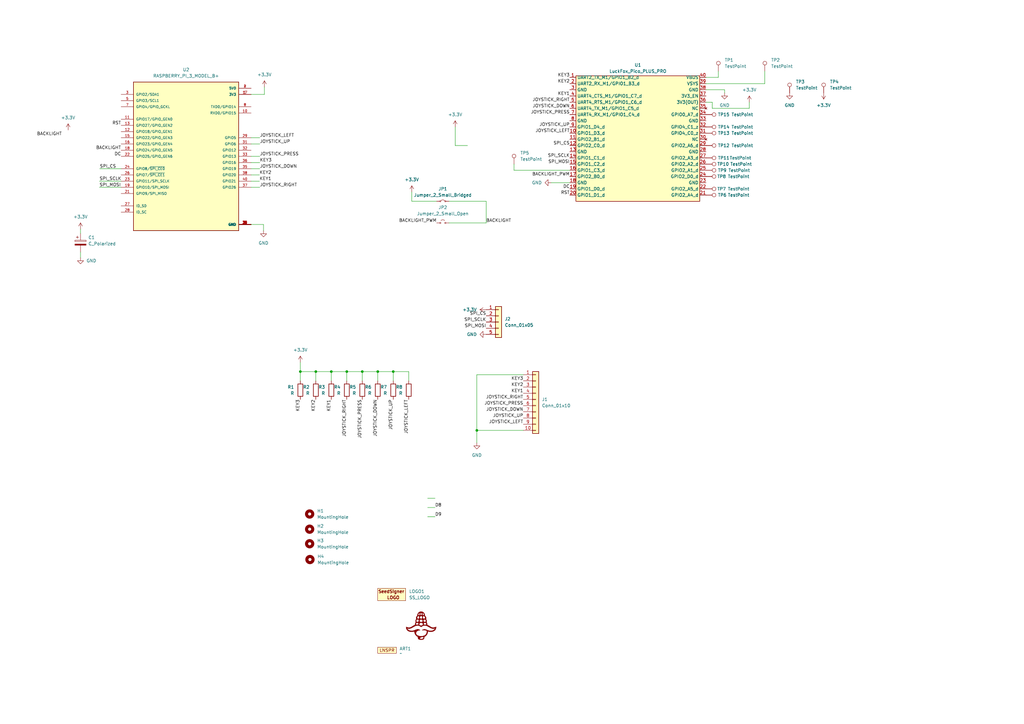
<source format=kicad_sch>
(kicad_sch (version 20250114) (generator "eeschema") (generator_version "9.0")
  (paper "A3")
  (lib_symbols
    (symbol "Connector:TestPoint" (pin_numbers (hide yes)) (pin_names (offset 0.762) (hide yes))
      (property "Reference" "TP" (at 0 6.858 0))
      (property "Value" "TestPoint" (at 0 5.08 0))
      (symbol "TestPoint_1_1"
        (pin passive line (at 0 0 90) (length 2.54) (name "1") (number "1"))
      )
    )
    (symbol "Connector_Generic:Conn_01x05" (pin_names (offset 1.016) (hide yes))
      (property "Reference" "J" (at 0 7.62 0))
      (property "Value" "Conn_01x05" (at 0 -7.62 0))
      (symbol "Conn_01x05_1_1"
        (pin passive line (at -5.08 5.08 0) (length 3.81) (name "Pin_1") (number "1"))
        (pin passive line (at -5.08 2.54 0) (length 3.81) (name "Pin_2") (number "2"))
        (pin passive line (at -5.08 0 0) (length 3.81) (name "Pin_3") (number "3"))
        (pin passive line (at -5.08 -2.54 0) (length 3.81) (name "Pin_4") (number "4"))
        (pin passive line (at -5.08 -5.08 0) (length 3.81) (name "Pin_5") (number "5"))
      )
    )
    (symbol "Connector_Generic:Conn_01x10" (pin_names (offset 1.016) (hide yes))
      (property "Reference" "J" (at 0 12.7 0))
      (property "Value" "Conn_01x10" (at 0 -15.24 0))
      (symbol "Conn_01x10_1_1"
        (pin passive line (at -5.08 10.16 0) (length 3.81) (name "Pin_1") (number "1"))
        (pin passive line (at -5.08 7.62 0) (length 3.81) (name "Pin_2") (number "2"))
        (pin passive line (at -5.08 5.08 0) (length 3.81) (name "Pin_3") (number "3"))
        (pin passive line (at -5.08 2.54 0) (length 3.81) (name "Pin_4") (number "4"))
        (pin passive line (at -5.08 0 0) (length 3.81) (name "Pin_5") (number "5"))
        (pin passive line (at -5.08 -2.54 0) (length 3.81) (name "Pin_6") (number "6"))
        (pin passive line (at -5.08 -5.08 0) (length 3.81) (name "Pin_7") (number "7"))
        (pin passive line (at -5.08 -7.62 0) (length 3.81) (name "Pin_8") (number "8"))
        (pin passive line (at -5.08 -10.16 0) (length 3.81) (name "Pin_9") (number "9"))
        (pin passive line (at -5.08 -12.7 0) (length 3.81) (name "Pin_10") (number "10"))
      )
    )
    (symbol "Device:C_Polarized" (pin_numbers (hide yes)) (pin_names (offset 0.254))
      (property "Reference" "C" (at 0.635 2.54 0))
      (property "Value" "C_Polarized" (at 0.635 -2.54 0))
      (symbol "C_Polarized_1_1"
        (pin passive line (at 0 3.81 270) (length 2.794) (name "~") (number "1"))
        (pin passive line (at 0 -3.81 90) (length 2.794) (name "~") (number "2"))
      )
    )
    (symbol "Device:R" (pin_numbers (hide yes)) (pin_names (offset 0))
      (property "Reference" "R" (at 2.032 0 90))
      (property "Value" "R" (at 0 0 90))
      (symbol "R_1_1"
        (pin passive line (at 0 3.81 270) (length 1.27) (name "~") (number "1"))
        (pin passive line (at 0 -3.81 90) (length 1.27) (name "~") (number "2"))
      )
    )
    (symbol "Jumper:Jumper_2_Small_Bridged" (pin_numbers (hide yes)) (pin_names (offset 0) (hide yes)) (exclude_from_sim yes)
      (property "Reference" "JP" (at 0 2.032 0))
      (property "Value" "Jumper_2_Small_Bridged" (at 0 -2.286 0))
      (symbol "Jumper_2_Small_Bridged_1_1"
        (pin passive line (at -2.54 0 0) (length 1.27) (name "A") (number "1"))
        (pin passive line (at 2.54 0 180) (length 1.27) (name "B") (number "2"))
      )
    )
    (symbol "Jumper:Jumper_2_Small_Open" (pin_numbers (hide yes)) (pin_names (offset 0) (hide yes)) (exclude_from_sim yes)
      (property "Reference" "JP" (at 0 2.794 0))
      (property "Value" "Jumper_2_Small_Open" (at 0 -2.286 0))
      (symbol "Jumper_2_Small_Open_1_1"
        (pin passive line (at -2.54 0 0) (length 1.27) (name "A") (number "1"))
        (pin passive line (at 2.54 0 180) (length 1.27) (name "B") (number "2"))
      )
    )
    (symbol "Luckfox:LuckFox_Pico_PLUS_PRO"
      (property "Reference" "U" (at 0 53.34 0))
      (property "Value" "LuckFox_Pico_PLUS_PRO" (at -0.508 -1.778 0))
      (symbol "LuckFox_Pico_PLUS_PRO_1_1"
        (pin bidirectional line (at -27.94 50.8 0) (length 2.54) (name "UART2_TX_M1/GPIO1_B2_d") (number "1"))
        (pin bidirectional line (at -27.94 48.26 0) (length 2.54) (name "UART2_RX_M1/GPIO1_B3_d") (number "2"))
        (pin power_in line (at -27.94 45.72 0) (length 2.54) (name "GND") (number "3"))
        (pin bidirectional line (at -27.94 43.18 0) (length 2.54) (name "UART4_CTS_M1/GPIO1_C7_d") (number "4"))
        (pin bidirectional line (at -27.94 40.64 0) (length 2.54) (name "UART4_RTS_M1/GPIO1_C6_d") (number "5"))
        (pin bidirectional line (at -27.94 38.1 0) (length 2.54) (name "UART4_TX_M1/GPIO1_C5_d") (number "6"))
        (pin bidirectional line (at -27.94 35.56 0) (length 2.54) (name "UART4_RX_M1/GPIO1_C4_d") (number "7"))
        (pin power_in line (at -27.94 33.02 0) (length 2.54) (name "GND") (number "8"))
        (pin bidirectional line (at -27.94 30.48 0) (length 2.54) (name "GPIO1_D4_d") (number "9"))
        (pin bidirectional line (at -27.94 27.94 0) (length 2.54) (name "GPIO1_D3_d") (number "10"))
        (pin bidirectional line (at -27.94 25.4 0) (length 2.54) (name "GPIO2_B1_d") (number "11"))
        (pin bidirectional line (at -27.94 22.86 0) (length 2.54) (name "GPIO2_C0_d") (number "12"))
        (pin power_in line (at -27.94 20.32 0) (length 2.54) (name "GND") (number "13"))
        (pin bidirectional line (at -27.94 17.78 0) (length 2.54) (name "GPIO1_C1_d") (number "14"))
        (pin bidirectional line (at -27.94 15.24 0) (length 2.54) (name "GPIO1_C2_d") (number "15"))
        (pin bidirectional line (at -27.94 12.7 0) (length 2.54) (name "GPIO1_C3_d") (number "16"))
        (pin bidirectional line (at -27.94 10.16 0) (length 2.54) (name "GPIO2_B0_d") (number "17"))
        (pin power_in line (at -27.94 7.62 0) (length 2.54) (name "GND") (number "18"))
        (pin bidirectional line (at -27.94 5.08 0) (length 2.54) (name "GPIO1_D0_d") (number "19"))
        (pin bidirectional line (at -27.94 2.54 0) (length 2.54) (name "GPIO1_D1_d") (number "20"))
        (pin power_in line (at 27.94 50.8 180) (length 2.54) (name "VBUS") (number "40"))
        (pin power_in line (at 27.94 48.26 180) (length 2.54) (name "VSYS") (number "39"))
        (pin power_in line (at 27.94 45.72 180) (length 2.54) (name "GND") (number "38"))
        (pin power_in line (at 27.94 43.18 180) (length 2.54) (name "3V3_EN") (number "37"))
        (pin power_out line (at 27.94 40.64 180) (length 2.54) (name "3V3(OUT)") (number "36"))
        (pin no_connect line (at 27.94 38.1 180) (length 2.54) (name "NC") (number "35"))
        (pin bidirectional line (at 27.94 35.56 180) (length 2.54) (name "GPIO0_A7_d") (number "34"))
        (pin power_in line (at 27.94 33.02 180) (length 2.54) (name "GND") (number "33"))
        (pin bidirectional line (at 27.94 30.48 180) (length 2.54) (name "GPIO4_C1_z") (number "32"))
        (pin bidirectional line (at 27.94 27.94 180) (length 2.54) (name "GPIO4_C0_z") (number "31"))
        (pin no_connect line (at 27.94 25.4 180) (length 2.54) (name "NC") (number "30"))
        (pin bidirectional line (at 27.94 22.86 180) (length 2.54) (name "GPIO2_A6_d") (number "29"))
        (pin power_in line (at 27.94 20.32 180) (length 2.54) (name "GND") (number "28"))
        (pin bidirectional line (at 27.94 17.78 180) (length 2.54) (name "GPIO2_A3_d") (number "27"))
        (pin bidirectional line (at 27.94 15.24 180) (length 2.54) (name "GPIO2_A2_d") (number "26"))
        (pin bidirectional line (at 27.94 12.7 180) (length 2.54) (name "GPIO2_A1_d") (number "25"))
        (pin bidirectional line (at 27.94 10.16 180) (length 2.54) (name "GPIO2_D0_d") (number "24"))
        (pin power_in line (at 27.94 7.62 180) (length 2.54) (name "GND") (number "23"))
        (pin bidirectional line (at 27.94 5.08 180) (length 2.54) (name "GPIO2_A5_d") (number "22"))
        (pin bidirectional line (at 27.94 2.54 180) (length 2.54) (name "GPIO2_A4_d") (number "21"))
      )
    )
    (symbol "Mechanical:MountingHole" (pin_names (offset 1.016))
      (property "Reference" "H" (at 0 5.08 0))
      (property "Value" "MountingHole" (at 0 3.175 0))
    )
    (symbol "SeedSigner:CORN-LOGO" (pin_names (offset 1.016)))
    (symbol "SeedSigner:RASPBERRY_PI_3_MODEL_B+" (pin_names (offset 1.016))
      (property "Reference" "U" (at -22.86 27.94 0))
      (property "Value" "RASPBERRY_PI_3_MODEL_B+" (at -22.86 -37.465 0))
      (symbol "RASPBERRY_PI_3_MODEL_B+_0_0"
        (pin bidirectional line (at -27.94 20.32 0) (length 5.08) (name "GPIO2/SDA1") (number "3"))
        (pin bidirectional line (at -27.94 17.78 0) (length 5.08) (name "GPIO3/SCL1") (number "5"))
        (pin bidirectional line (at -27.94 15.24 0) (length 5.08) (name "GPIO4/GPIO_GCKL") (number "7"))
        (pin bidirectional line (at -27.94 10.16 0) (length 5.08) (name "GPIO17/GPIO_GEN0") (number "11"))
        (pin bidirectional line (at -27.94 7.62 0) (length 5.08) (name "GPIO27/GPIO_GEN2") (number "13"))
        (pin bidirectional line (at -27.94 5.08 0) (length 5.08) (name "GPIO18/GPIO_GEN1") (number "12"))
        (pin bidirectional line (at -27.94 2.54 0) (length 5.08) (name "GPIO22/GPIO_GEN3") (number "15"))
        (pin bidirectional line (at -27.94 0 0) (length 5.08) (name "GPIO23/GPIO_GEN4") (number "16"))
        (pin bidirectional line (at -27.94 -2.54 0) (length 5.08) (name "GPIO24/GPIO_GEN5") (number "18"))
        (pin bidirectional line (at -27.94 -5.08 0) (length 5.08) (name "GPIO25/GPIO_GEN6") (number "22"))
        (pin bidirectional line (at -27.94 -10.16 0) (length 5.08) (name "GPIO8/~{SPI_CE0}") (number "24"))
        (pin bidirectional line (at -27.94 -12.7 0) (length 5.08) (name "GPIO7/~{SPI_CE1}") (number "26"))
        (pin bidirectional line (at -27.94 -15.24 0) (length 5.08) (name "GPIO11/SPI_SCLK") (number "23"))
        (pin bidirectional line (at -27.94 -17.78 0) (length 5.08) (name "GPIO10/SPI_MOSI") (number "19"))
        (pin bidirectional line (at -27.94 -20.32 0) (length 5.08) (name "GPIO9/SPI_MISO") (number "21"))
        (pin bidirectional line (at -27.94 -25.4 0) (length 5.08) (name "ID_SD") (number "27"))
        (pin bidirectional line (at -27.94 -27.94 0) (length 5.08) (name "ID_SC") (number "28"))
        (pin power_in line (at 25.4 22.86 180) (length 5.08) (name "5V0") (number "2"))
        (pin power_in line (at 25.4 22.86 180) (length 5.08) (name "5V0") (number "4"))
        (pin power_in line (at 25.4 20.32 180) (length 5.08) (name "3V3") (number "1"))
        (pin power_in line (at 25.4 20.32 180) (length 5.08) (name "3V3") (number "17"))
        (pin bidirectional line (at 25.4 15.24 180) (length 5.08) (name "TXD0/GPIO14") (number "8"))
        (pin bidirectional line (at 25.4 12.7 180) (length 5.08) (name "RXD0/GPIO15") (number "10"))
        (pin bidirectional line (at 25.4 2.54 180) (length 5.08) (name "GPIO5") (number "29"))
        (pin bidirectional line (at 25.4 0 180) (length 5.08) (name "GPIO6") (number "31"))
        (pin bidirectional line (at 25.4 -2.54 180) (length 5.08) (name "GPIO12") (number "32"))
        (pin bidirectional line (at 25.4 -5.08 180) (length 5.08) (name "GPIO13") (number "33"))
        (pin bidirectional line (at 25.4 -7.62 180) (length 5.08) (name "GPIO16") (number "36"))
        (pin bidirectional line (at 25.4 -10.16 180) (length 5.08) (name "GPIO19") (number "35"))
        (pin bidirectional line (at 25.4 -12.7 180) (length 5.08) (name "GPIO20") (number "38"))
        (pin bidirectional line (at 25.4 -15.24 180) (length 5.08) (name "GPIO21") (number "40"))
        (pin bidirectional line (at 25.4 -17.78 180) (length 5.08) (name "GPIO26") (number "37"))
        (pin power_in line (at 25.4 -33.02 180) (length 5.08) (name "GND") (number "14"))
        (pin power_in line (at 25.4 -33.02 180) (length 5.08) (name "GND") (number "20"))
        (pin power_in line (at 25.4 -33.02 180) (length 5.08) (name "GND") (number "25"))
        (pin power_in line (at 25.4 -33.02 180) (length 5.08) (name "GND") (number "30"))
        (pin power_in line (at 25.4 -33.02 180) (length 5.08) (name "GND") (number "34"))
        (pin power_in line (at 25.4 -33.02 180) (length 5.08) (name "GND") (number "39"))
        (pin power_in line (at 25.4 -33.02 180) (length 5.08) (name "GND") (number "6"))
        (pin power_in line (at 25.4 -33.02 180) (length 5.08) (name "GND") (number "9"))
      )
    )
    (symbol "SeedSigner:SS_LOGO" (pin_numbers (hide yes)) (pin_names (offset 0) (hide yes)) (in_bom no)
      (property "Reference" "LOGO" (at 0 3.81 0))
      (property "Value" "SS_LOGO" (at 0 2.54 0))
      (symbol "SS_LOGO_0_0"
        (text "SeedSigner" (at -0.8 0 0) (effects (font (size 1.27 1.27) (bold yes))))
        (text "LOGO" (at 0 -2.54 0) (effects (font (size 1.27 1.27) (bold yes))))
      )
    )
    (symbol "power:+3.3V" (power) (pin_names (offset 0))
      (property "Value" "+3.3V" (at 0 3.556 0))
      (symbol "+3.3V_1_1"
        (pin power_in line (at 0 0 90) (length 0) (hide yes) (name "+3.3V") (number "1"))
      )
    )
    (symbol "power:GND" (power) (pin_names (offset 0))
      (property "Value" "GND" (at 0 -3.81 0))
      (symbol "GND_1_1"
        (pin power_in line (at 0 0 270) (length 0) (hide yes) (name "GND") (number "1"))
      )
    )
    (symbol "seedsigner:LIGHTNINGSPORE"
      (property "Reference" "ART" (at 0 2.032 0))
      (symbol "LIGHTNINGSPORE_1_1"
        (text "LNSPR" (at 0 0 0) (effects (font (size 1.27 1.27))))
      )
    )
  )
  (junction (at 142.24 152.4))
  (junction (at 129.54 152.4))
  (junction (at 154.94 152.4))
  (junction (at 195.58 176.53))
  (junction (at 148.59 152.4))
  (junction (at 123.19 152.4))
  (junction (at 135.89 152.4))
  (junction (at 161.29 152.4))
  (wire (pts (xy 106.553 66.675) (xy 102.997 66.675)))
  (wire (pts (xy 33.02 93.98) (xy 33.02 95.758)))
  (wire (pts (xy 184.15 82.55) (xy 199.39 82.55)))
  (wire (pts (xy 33.02 105.664) (xy 33.02 103.378)))
  (wire (pts (xy 292.1 44.45) (xy 307.34 44.45)))
  (wire (pts (xy 123.19 152.4) (xy 123.19 156.21)))
  (wire (pts (xy 195.58 176.53) (xy 195.58 153.67)))
  (wire (pts (xy 233.68 69.85) (xy 210.82 69.85)))
  (wire (pts (xy 289.56 36.83) (xy 297.18 36.83)))
  (wire (pts (xy 199.39 82.55) (xy 199.39 91.44)))
  (wire (pts (xy 106.426 74.295) (xy 102.997 74.295)))
  (wire (pts (xy 154.94 152.4) (xy 154.94 156.21)))
  (wire (pts (xy 289.56 31.75) (xy 294.64 31.75)))
  (wire (pts (xy 184.15 91.44) (xy 199.39 91.44)))
  (wire (pts (xy 210.82 69.85) (xy 210.82 67.31)))
  (wire (pts (xy 313.69 34.29) (xy 313.69 29.21)))
  (wire (pts (xy 289.56 41.91) (xy 292.1 41.91)))
  (wire (pts (xy 178.435 211.963) (xy 175.387 211.963)))
  (wire (pts (xy 148.59 152.4) (xy 148.59 156.21)))
  (wire (pts (xy 292.1 41.91) (xy 292.1 44.45)))
  (wire (pts (xy 135.89 152.4) (xy 142.24 152.4)))
  (wire (pts (xy 195.58 176.53) (xy 195.58 181.61)))
  (wire (pts (xy 123.19 148.59) (xy 123.19 152.4)))
  (wire (pts (xy 294.64 31.75) (xy 294.64 29.21)))
  (wire (pts (xy 191.77 59.69) (xy 186.69 59.69)))
  (wire (pts (xy 123.19 152.4) (xy 129.54 152.4)))
  (wire (pts (xy 142.24 152.4) (xy 142.24 156.21)))
  (wire (pts (xy 214.63 176.53) (xy 195.58 176.53)))
  (wire (pts (xy 40.894 69.215) (xy 49.657 69.215)))
  (wire (pts (xy 289.56 34.29) (xy 313.69 34.29)))
  (wire (pts (xy 106.553 56.515) (xy 102.997 56.515)))
  (wire (pts (xy 102.997 38.735) (xy 108.458 38.735)))
  (wire (pts (xy 129.54 152.4) (xy 129.54 156.21)))
  (wire (pts (xy 108.458 38.735) (xy 108.458 35.687)))
  (wire (pts (xy 106.553 64.135) (xy 102.997 64.135)))
  (wire (pts (xy 167.64 152.4) (xy 167.64 156.21)))
  (wire (pts (xy 195.58 153.67) (xy 214.63 153.67)))
  (wire (pts (xy 179.07 82.55) (xy 168.91 82.55)))
  (wire (pts (xy 154.94 152.4) (xy 161.29 152.4)))
  (wire (pts (xy 178.435 208.153) (xy 175.387 208.153)))
  (wire (pts (xy 161.29 152.4) (xy 167.64 152.4)))
  (wire (pts (xy 148.59 152.4) (xy 154.94 152.4)))
  (wire (pts (xy 108.077 92.075) (xy 108.077 94.615)))
  (wire (pts (xy 178.435 204.343) (xy 175.387 204.343)))
  (wire (pts (xy 135.89 156.21) (xy 135.89 152.4)))
  (wire (pts (xy 142.24 152.4) (xy 148.59 152.4)))
  (wire (pts (xy 168.91 82.55) (xy 168.91 78.74)))
  (wire (pts (xy 106.553 59.055) (xy 102.997 59.055)))
  (wire (pts (xy 40.767 76.835) (xy 49.657 76.835)))
  (wire (pts (xy 129.54 152.4) (xy 135.89 152.4)))
  (wire (pts (xy 161.29 152.4) (xy 161.29 156.21)))
  (wire (pts (xy 102.997 92.075) (xy 108.077 92.075)))
  (wire (pts (xy 297.18 36.83) (xy 297.18 38.1)))
  (wire (pts (xy 40.767 74.295) (xy 49.657 74.295)))
  (wire (pts (xy 106.426 71.755) (xy 102.997 71.755)))
  (wire (pts (xy 226.06 74.93) (xy 233.68 74.93)))
  (wire (pts (xy 186.69 59.69) (xy 186.69 52.07)))
  (wire (pts (xy 106.553 69.215) (xy 102.997 69.215)))
  (wire (pts (xy 307.34 44.45) (xy 307.34 41.91)))
  (wire (pts (xy 106.553 76.835) (xy 102.997 76.835)))
  (label "RST" (at 233.68 80.01 180))
  (label "JOYSTICK_UP" (at 106.553 59.055 0))
  (label "KEY2" (at 129.54 163.83 270))
  (label "SPI_MOSI" (at 233.68 67.31 180))
  (label "JOYSTICK_RIGHT" (at 214.63 163.83 180))
  (label "KEY1" (at 233.68 39.37 180))
  (label "JOYSTICK_PRESS" (at 233.68 46.99 180))
  (label "JOYSTICK_DOWN" (at 106.553 69.215 0))
  (label "SPI_SCLK" (at 199.39 132.08 180))
  (label "KEY1" (at 135.89 163.83 270))
  (label "JOYSTICK_PRESS" (at 214.63 166.37 180))
  (label "D9" (at 178.435 211.963 0))
  (label "JOYSTICK_LEFT" (at 233.68 54.61 180))
  (label "SPI_CS" (at 233.68 59.69 180))
  (label "JOYSTICK_UP" (at 233.68 52.07 180))
  (label "DC" (at 233.68 77.47 180))
  (label "JOYSTICK_RIGHT" (at 142.24 163.83 270))
  (label "D8" (at 178.435 208.153 0))
  (label "BACKLIGHT_PWM" (at 233.68 72.39 180))
  (label "KEY2" (at 233.68 34.29 180))
  (label "JOYSTICK_LEFT" (at 214.63 173.99 180))
  (label "JOYSTICK_UP" (at 161.29 163.83 270))
  (label "KEY3" (at 233.68 31.75 180))
  (label "SPI_SCLK" (at 233.68 64.77 180))
  (label "SPI_CS" (at 199.39 129.54 180))
  (label "SPI_MOSI" (at 199.39 134.62 180))
  (label "JOYSTICK_DOWN" (at 214.63 168.91 180))
  (label "JOYSTICK_DOWN" (at 233.68 44.45 180))
  (label "KEY2" (at 214.63 158.75 180))
  (label "BACKLIGHT_PWM" (at 179.07 91.44 180))
  (label "DC" (at 49.657 64.135 180))
  (label "JOYSTICK_PRESS" (at 106.553 64.135 0))
  (label "KEY1" (at 106.426 74.295 0))
  (label "SPI_CS" (at 40.894 69.215 0))
  (label "JOYSTICK_DOWN" (at 154.94 163.83 270))
  (label "BACKLIGHT" (at 49.657 61.595 180))
  (label "JOYSTICK_LEFT" (at 167.64 163.83 270))
  (label "JOYSTICK_UP" (at 214.63 171.45 180))
  (label "KEY3" (at 106.553 66.675 0))
  (label "BACKLIGHT" (at 199.39 91.44 0))
  (label "KEY1" (at 214.63 161.29 180))
  (label "JOYSTICK_PRESS" (at 148.59 163.83 270))
  (label "RST" (at 49.657 51.435 180))
  (label "JOYSTICK_LEFT" (at 106.553 56.515 0))
  (label "KEY2" (at 106.426 71.755 0))
  (label "SPI_SCLK" (at 40.767 74.295 0))
  (label "JOYSTICK_RIGHT" (at 233.68 41.91 180))
  (label "KEY3" (at 214.63 156.21 180))
  (label "KEY3" (at 123.19 163.83 270))
  (label "BACKLIGHT" (at 25.4 55.88 180))
  (label "SPI_MOSI" (at 40.767 76.835 0))
  (label "JOYSTICK_RIGHT" (at 106.553 76.835 0))
  (symbol (lib_id "Connector:TestPoint") (at 313.69 29.21 0) (unit 1)
    (property "Reference" "TP2" (at 316.23 24.6379 0) (effects (justify left)))
    (property "Value" "TestPoint" (at 316.23 27.1779 0) (effects (justify left)))
    (property "Footprint" "seedsigner-luckfox:TestPoint_Pad_1.5x1.5mm" (effects (hide yes)))
    (property "Description" "test point" (effects (hide yes)))
  )
  (symbol (lib_id "Mechanical:MountingHole") (at 127.127 229.489 0) (unit 1)
    (property "Reference" "H4" (at 130.175 228.2189 0) (effects (justify left)))
    (property "Value" "MountingHole" (at 130.175 230.7589 0) (effects (justify left)))
    (property "Footprint" "seedsigner-luckfox:MOUNT_HOLE_3MM" (effects (hide yes)))
  )
  (symbol (lib_id "power:GND") (at 323.85 38.1 0) (unit 1)
    (property "Reference" "#PWR015" (effects (hide yes)))
    (property "Value" "GND" (at 323.85 43.18 0))
  )
  (symbol (lib_id "Jumper:Jumper_2_Small_Bridged") (at 181.61 82.55 0) (unit 1) (exclude_from_sim yes)
    (property "Reference" "JP1" (at 181.61 77.47 0))
    (property "Value" "Jumper_2_Small_Bridged" (at 181.61 80.01 0))
    (property "Footprint" "seedsigner-luckfox:SolderJumper-2_P1.3mm_Bridged_Pad1.0x1.5mm" (effects (hide yes)))
    (property "Description" "Jumper, 2-pole, small symbol, bridged" (effects (hide yes)))
  )
  (symbol (lib_id "Mechanical:MountingHole") (at 127 217.043 0) (unit 1)
    (property "Reference" "H2" (at 130.048 215.7729 0) (effects (justify left)))
    (property "Value" "MountingHole" (at 130.048 218.3129 0) (effects (justify left)))
    (property "Footprint" "seedsigner-luckfox:MOUNT_HOLE_3MM" (effects (hide yes)))
  )
  (symbol (lib_id "power:+3.3V") (at 168.91 78.74 0) (unit 1)
    (property "Reference" "#PWR013" (effects (hide yes)))
    (property "Value" "+3.3V" (at 168.91 73.66 0))
  )
  (symbol (lib_id "Device:R") (at 135.89 160.02 0) (mirror y) (unit 1)
    (property "Reference" "R3" (at 133.35 158.7499 0) (effects (justify left)))
    (property "Value" "R" (at 133.35 161.2899 0) (effects (justify left)))
    (property "Footprint" "seedsigner-luckfox:R_2512_6332Metric" (effects (hide yes)))
    (property "Description" "Resistor" (effects (hide yes)))
  )
  (symbol (lib_id "Connector_Generic:Conn_01x10") (at 219.71 163.83 0) (unit 1)
    (property "Reference" "J1" (at 222.25 163.8299 0) (effects (justify left)))
    (property "Value" "Conn_01x10" (at 222.25 166.3699 0) (effects (justify left)))
    (property "Footprint" "seedsigner-luckfox:PinHeader_1x10_P2.54mm_Horizontal" (effects (hide yes)))
    (property "Description" "Generic connector, single row, 01x10, script generated (kicad-library-utils/schlib/autogen/connector/)" (effects (hide yes)))
  )
  (symbol (lib_id "power:+3.3V") (at 337.82 38.1 180) (unit 1)
    (property "Reference" "#PWR016" (effects (hide yes)))
    (property "Value" "+3.3V" (at 337.82 43.18 0))
  )
  (symbol (lib_id "Device:R") (at 167.64 160.02 0) (mirror y) (unit 1)
    (property "Reference" "R8" (at 165.1 158.7499 0) (effects (justify left)))
    (property "Value" "R" (at 165.1 161.2899 0) (effects (justify left)))
    (property "Footprint" "seedsigner-luckfox:R_2512_6332Metric" (effects (hide yes)))
    (property "Description" "Resistor" (effects (hide yes)))
  )
  (symbol (lib_id "power:GND") (at 226.06 74.93 270) (unit 1)
    (property "Reference" "#PWR02" (effects (hide yes)))
    (property "Value" "GND" (at 222.25 74.9299 90) (effects (justify right)))
  )
  (symbol (lib_id "power:+3.3V") (at 307.34 41.91 0) (unit 1)
    (property "Reference" "#PWR04" (effects (hide yes)))
    (property "Value" "+3.3V" (at 307.34 36.83 0))
  )
  (symbol (lib_id "SeedSigner:SS_LOGO") (at 161.29 242.57 0) (unit 1) (in_bom no)
    (property "Reference" "LOGO1" (at 167.767 242.5699 0) (effects (justify left)))
    (property "Value" "SS_LOGO" (at 167.767 245.1099 0) (effects (justify left)))
    (property "Footprint" "seedsigner-luckfox:seedsigner-logo-small" (effects (hide yes)))
  )
  (symbol (lib_id "Mechanical:MountingHole") (at 127 210.82 0) (unit 1)
    (property "Reference" "H1" (at 130.048 209.5499 0) (effects (justify left)))
    (property "Value" "MountingHole" (at 130.048 212.0899 0) (effects (justify left)))
    (property "Footprint" "seedsigner-luckfox:MOUNT_HOLE_3MM" (effects (hide yes)))
  )
  (symbol (lib_id "Device:C_Polarized") (at 33.02 99.568 0) (unit 1)
    (property "Reference" "C1" (at 36.195 97.4089 0) (effects (justify left)))
    (property "Value" "C_Polarized" (at 36.195 99.9489 0) (effects (justify left)))
    (property "Footprint" "seedsigner-luckfox:CP_Radial_D5.0mm_P2.50mm" (effects (hide yes)))
  )
  (symbol (lib_id "Connector:TestPoint") (at 289.56 54.61 270) (unit 1)
    (property "Reference" "TP13" (at 294.386 54.61 90) (effects (justify left)))
    (property "Value" "TestPoint" (at 299.974 54.61 90) (effects (justify left)))
    (property "Footprint" "seedsigner-luckfox:TestPoint_Pad_1.5x1.5mm" (effects (hide yes)))
    (property "Description" "test point" (effects (hide yes)))
  )
  (symbol (lib_id "Connector:TestPoint") (at 294.64 29.21 0) (unit 1)
    (property "Reference" "TP1" (at 297.18 24.6379 0) (effects (justify left)))
    (property "Value" "TestPoint" (at 297.18 27.1779 0) (effects (justify left)))
    (property "Footprint" "seedsigner-luckfox:TestPoint_Pad_1.5x1.5mm" (effects (hide yes)))
    (property "Description" "test point" (effects (hide yes)))
  )
  (symbol (lib_id "Device:R") (at 129.54 160.02 0) (mirror y) (unit 1)
    (property "Reference" "R2" (at 127 158.7499 0) (effects (justify left)))
    (property "Value" "R" (at 127 161.2899 0) (effects (justify left)))
    (property "Footprint" "seedsigner-luckfox:R_2512_6332Metric" (effects (hide yes)))
    (property "Description" "Resistor" (effects (hide yes)))
  )
  (symbol (lib_id "SeedSigner:RASPBERRY_PI_3_MODEL_B+") (at 77.597 59.055 0) (unit 1)
    (property "Reference" "U2" (at 76.327 28.575 0))
    (property "Value" "RASPBERRY_PI_3_MODEL_B+" (at 76.327 31.115 0))
    (property "Footprint" "seedsigner-luckfox:WAVESHARE_LCD_BUTTON" (effects (hide yes)))
    (property "STANDARD" "Manufacturer Recommendations" (effects (hide yes)))
    (property "MANUFACTURER" "Raspberry Pi" (effects (hide yes)))
    (property "MAXIMUM_PACKAGE_HIEGHT" "18mm" (effects (hide yes)))
    (property "PARTREV" "1.0" (effects (hide yes)))
  )
  (symbol (lib_id "Device:R") (at 161.29 160.02 0) (mirror y) (unit 1)
    (property "Reference" "R7" (at 158.75 158.7499 0) (effects (justify left)))
    (property "Value" "R" (at 158.75 161.2899 0) (effects (justify left)))
    (property "Footprint" "seedsigner-luckfox:R_2512_6332Metric" (effects (hide yes)))
    (property "Description" "Resistor" (effects (hide yes)))
  )
  (symbol (lib_id "Luckfox:LuckFox_Pico_PLUS_PRO") (at 261.62 82.55 0) (unit 1)
    (property "Reference" "U1" (at 261.62 26.67 0))
    (property "Value" "LuckFox_Pico_PLUS_PRO" (at 261.62 29.21 0))
    (property "Footprint" "seedsigner-luckfox:LUCKFOX_PICO_PRO_MAX_PTH" (effects (hide yes)))
  )
  (symbol (lib_id "Connector:TestPoint") (at 289.56 46.99 270) (unit 1)
    (property "Reference" "TP15" (at 294.386 46.99 90) (effects (justify left)))
    (property "Value" "TestPoint" (at 299.974 46.99 90) (effects (justify left)))
    (property "Footprint" "seedsigner-luckfox:TestPoint_Pad_1.5x1.5mm" (effects (hide yes)))
    (property "Description" "test point" (effects (hide yes)))
  )
  (symbol (lib_id "power:GND") (at 108.077 94.615 0) (unit 1)
    (property "Reference" "#PWR07" (effects (hide yes)))
    (property "Value" "GND" (at 108.077 99.695 0))
  )
  (symbol (lib_id "power:+3.3V") (at 199.39 127 90) (unit 1)
    (property "Reference" "#PWR010" (effects (hide yes)))
    (property "Value" "+3.3V" (at 195.58 126.9999 90) (effects (justify left)))
  )
  (symbol (lib_id "power:+3.3V") (at 33.02 93.98 0) (unit 1)
    (property "Reference" "#PWR05" (effects (hide yes)))
    (property "Value" "+3.3V" (at 33.02 88.9 0))
  )
  (symbol (lib_id "Connector:TestPoint") (at 289.56 72.39 270) (unit 1)
    (property "Reference" "TP8" (at 294.132 72.39 90) (effects (justify left)))
    (property "Value" "TestPoint" (at 298.45 72.39 90) (effects (justify left)))
    (property "Footprint" "seedsigner-luckfox:TestPoint_Pad_1.5x1.5mm" (effects (hide yes)))
    (property "Description" "test point" (effects (hide yes)))
  )
  (symbol (lib_id "power:GND") (at 199.39 137.16 270) (unit 1)
    (property "Reference" "#PWR011" (effects (hide yes)))
    (property "Value" "GND" (at 195.58 137.1599 90) (effects (justify right)))
  )
  (symbol (lib_id "power:+3.3V") (at 123.19 148.59 0) (unit 1)
    (property "Reference" "#PWR09" (effects (hide yes)))
    (property "Value" "+3.3V" (at 123.19 143.51 0))
  )
  (symbol (lib_id "Connector:TestPoint") (at 289.56 77.47 270) (unit 1)
    (property "Reference" "TP7" (at 294.132 77.47 90) (effects (justify left)))
    (property "Value" "TestPoint" (at 298.45 77.47 90) (effects (justify left)))
    (property "Footprint" "seedsigner-luckfox:TestPoint_Pad_1.5x1.5mm" (effects (hide yes)))
    (property "Description" "test point" (effects (hide yes)))
  )
  (symbol (lib_id "Connector:TestPoint") (at 289.56 69.85 270) (unit 1)
    (property "Reference" "TP9" (at 294.386 69.85 90) (effects (justify left)))
    (property "Value" "TestPoint" (at 298.704 69.85 90) (effects (justify left)))
    (property "Footprint" "seedsigner-luckfox:TestPoint_Pad_1.5x1.5mm" (effects (hide yes)))
    (property "Description" "test point" (effects (hide yes)))
  )
  (symbol (lib_id "Device:R") (at 142.24 160.02 0) (mirror y) (unit 1)
    (property "Reference" "R4" (at 139.7 158.7499 0) (effects (justify left)))
    (property "Value" "R" (at 139.7 161.2899 0) (effects (justify left)))
    (property "Footprint" "seedsigner-luckfox:R_2512_6332Metric" (effects (hide yes)))
    (property "Description" "Resistor" (effects (hide yes)))
  )
  (symbol (lib_id "power:+3.3V") (at 27.94 53.34 0) (unit 1)
    (property "Reference" "#PWR012" (effects (hide yes)))
    (property "Value" "+3.3V" (at 27.94 48.26 0))
  )
  (symbol (lib_id "Connector_Generic:Conn_01x05") (at 204.47 132.08 0) (unit 1)
    (property "Reference" "J2" (at 207.01 130.8099 0) (effects (justify left)))
    (property "Value" "Conn_01x05" (at 207.01 133.3499 0) (effects (justify left)))
    (property "Footprint" "seedsigner-luckfox:PinHeader_1x05_P2.54mm_Horizontal" (effects (hide yes)))
    (property "Description" "Generic connector, single row, 01x05, script generated (kicad-library-utils/schlib/autogen/connector/)" (effects (hide yes)))
  )
  (symbol (lib_id "Jumper:Jumper_2_Small_Open") (at 181.61 91.44 0) (unit 1) (exclude_from_sim yes)
    (property "Reference" "JP2" (at 181.61 85.09 0))
    (property "Value" "Jumper_2_Small_Open" (at 181.61 87.63 0))
    (property "Footprint" "seedsigner-luckfox:SolderJumper-2_P1.3mm_Open_Pad1.0x1.5mm" (effects (hide yes)))
    (property "Description" "Jumper, 2-pole, small symbol, open" (effects (hide yes)))
  )
  (symbol (lib_id "Mechanical:MountingHole") (at 127 223.012 0) (unit 1)
    (property "Reference" "H3" (at 130.048 221.7419 0) (effects (justify left)))
    (property "Value" "MountingHole" (at 130.048 224.2819 0) (effects (justify left)))
    (property "Footprint" "seedsigner-luckfox:MOUNT_HOLE_3MM" (effects (hide yes)))
  )
  (symbol (lib_id "power:GND") (at 297.18 38.1 0) (unit 1)
    (property "Reference" "#PWR03" (effects (hide yes)))
    (property "Value" "GND" (at 297.18 43.18 0))
  )
  (symbol (lib_id "power:GND") (at 33.02 105.664 0) (unit 1)
    (property "Reference" "#PWR06" (effects (hide yes)))
    (property "Value" "GND" (at 35.433 106.9339 0) (effects (justify left)))
  )
  (symbol (lib_id "Connector:TestPoint") (at 289.56 67.31 270) (unit 1)
    (property "Reference" "TP10" (at 294.132 67.31 90) (effects (justify left)))
    (property "Value" "TestPoint" (at 299.466 67.31 90) (effects (justify left)))
    (property "Footprint" "seedsigner-luckfox:TestPoint_Pad_1.5x1.5mm" (effects (hide yes)))
    (property "Description" "test point" (effects (hide yes)))
  )
  (symbol (lib_id "Connector:TestPoint") (at 289.56 52.07 270) (unit 1)
    (property "Reference" "TP14" (at 294.386 52.07 90) (effects (justify left)))
    (property "Value" "TestPoint" (at 299.974 52.07 90) (effects (justify left)))
    (property "Footprint" "seedsigner-luckfox:TestPoint_Pad_1.5x1.5mm" (effects (hide yes)))
    (property "Description" "test point" (effects (hide yes)))
  )
  (symbol (lib_id "Connector:TestPoint") (at 289.56 59.69 270) (unit 1)
    (property "Reference" "TP12" (at 294.386 59.69 90) (effects (justify left)))
    (property "Value" "TestPoint" (at 299.974 59.69 90) (effects (justify left)))
    (property "Footprint" "seedsigner-luckfox:TestPoint_Pad_1.5x1.5mm" (effects (hide yes)))
    (property "Description" "test point" (effects (hide yes)))
  )
  (symbol (lib_id "Connector:TestPoint") (at 323.85 38.1 0) (unit 1)
    (property "Reference" "TP3" (at 326.39 33.5279 0) (effects (justify left)))
    (property "Value" "TestPoint" (at 326.39 36.0679 0) (effects (justify left)))
    (property "Footprint" "seedsigner-luckfox:TestPoint_Pad_1.5x1.5mm" (effects (hide yes)))
    (property "Description" "test point" (effects (hide yes)))
  )
  (symbol (lib_id "Connector:TestPoint") (at 289.56 80.01 270) (unit 1)
    (property "Reference" "TP6" (at 294.386 80.01 90) (effects (justify left)))
    (property "Value" "TestPoint" (at 298.45 80.01 90) (effects (justify left)))
    (property "Footprint" "seedsigner-luckfox:TestPoint_Pad_1.5x1.5mm" (effects (hide yes)))
    (property "Description" "test point" (effects (hide yes)))
  )
  (symbol (lib_id "Device:R") (at 154.94 160.02 0) (mirror y) (unit 1)
    (property "Reference" "R6" (at 152.4 158.7499 0) (effects (justify left)))
    (property "Value" "R" (at 152.4 161.2899 0) (effects (justify left)))
    (property "Footprint" "seedsigner-luckfox:R_2512_6332Metric" (effects (hide yes)))
    (property "Description" "Resistor" (effects (hide yes)))
  )
  (symbol (lib_id "Device:R") (at 148.59 160.02 0) (mirror y) (unit 1)
    (property "Reference" "R5" (at 146.05 158.7499 0) (effects (justify left)))
    (property "Value" "R" (at 146.05 161.2899 0) (effects (justify left)))
    (property "Footprint" "seedsigner-luckfox:R_2512_6332Metric" (effects (hide yes)))
    (property "Description" "Resistor" (effects (hide yes)))
  )
  (symbol (lib_id "seedsigner:LIGHTNINGSPORE") (at 158.75 266.7 0) (unit 1)
    (property "Reference" "ART1" (at 163.83 266.0649 0) (effects (justify left)))
    (property "Value" "~" (at 163.83 267.97 0) (effects (justify left)))
    (property "Footprint" "seedsigner-luckfox:LightningSpore_Logo" (effects (hide yes)))
  )
  (symbol (lib_id "Connector:TestPoint") (at 210.82 67.31 0) (unit 1)
    (property "Reference" "TP5" (at 213.36 62.7379 0) (effects (justify left)))
    (property "Value" "TestPoint" (at 213.36 65.2779 0) (effects (justify left)))
    (property "Footprint" "seedsigner-luckfox:TestPoint_Pad_1.5x1.5mm" (effects (hide yes)))
    (property "Description" "test point" (effects (hide yes)))
  )
  (symbol (lib_id "power:+3.3V") (at 186.69 52.07 0) (unit 1)
    (property "Reference" "#PWR01" (effects (hide yes)))
    (property "Value" "+3.3V" (at 186.69 46.99 0))
  )
  (symbol (lib_id "power:GND") (at 195.58 181.61 0) (unit 1)
    (property "Reference" "#PWR014" (effects (hide yes)))
    (property "Value" "GND" (at 195.58 186.69 0))
  )
  (symbol (lib_id "power:+3.3V") (at 108.458 35.687 0) (unit 1)
    (property "Reference" "#PWR08" (effects (hide yes)))
    (property "Value" "+3.3V" (at 108.458 30.607 0))
  )
  (symbol (lib_id "Connector:TestPoint") (at 289.56 64.77 270) (unit 1)
    (property "Reference" "TP11" (at 294.386 64.77 90) (effects (justify left)))
    (property "Value" "TestPoint" (at 299.212 64.77 90) (effects (justify left)))
    (property "Footprint" "seedsigner-luckfox:TestPoint_Pad_1.5x1.5mm" (effects (hide yes)))
    (property "Description" "test point" (effects (hide yes)))
  )
  (symbol (lib_id "Device:R") (at 123.19 160.02 0) (mirror y) (unit 1)
    (property "Reference" "R1" (at 120.65 158.7499 0) (effects (justify left)))
    (property "Value" "R" (at 120.65 161.2899 0) (effects (justify left)))
    (property "Footprint" "seedsigner-luckfox:R_2512_6332Metric" (effects (hide yes)))
    (property "Description" "Resistor" (effects (hide yes)))
  )
  (symbol (lib_id "Connector:TestPoint") (at 337.82 38.1 0) (unit 1)
    (property "Reference" "TP4" (at 340.36 33.5279 0) (effects (justify left)))
    (property "Value" "TestPoint" (at 340.36 36.0679 0) (effects (justify left)))
    (property "Footprint" "seedsigner-luckfox:TestPoint_Pad_1.5x1.5mm" (effects (hide yes)))
    (property "Description" "test point" (effects (hide yes)))
  )
  (symbol (lib_id "SeedSigner:CORN-LOGO") (at 172.72 256.54 0) (unit 1)
    (property "Reference" "LOGO2" (effects (hide yes)))
    (property "Value" "CORN-LOGO" (effects (hide yes)))
    (property "Footprint" "seedsigner-luckfox:corn-logo" (effects (hide yes)))
  )
)
</source>
